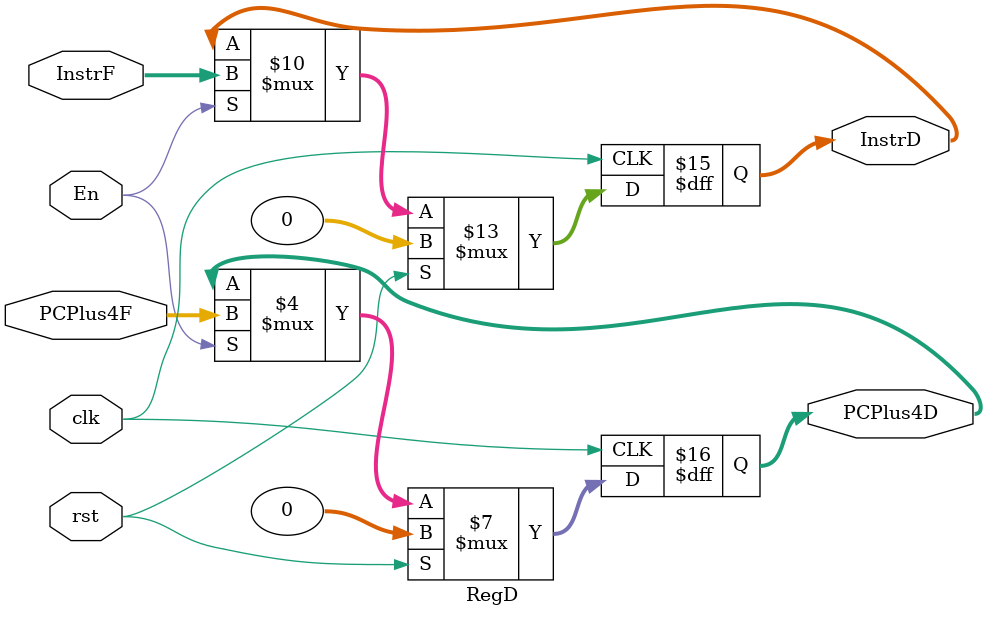
<source format=v>
module RegD(								//IF/ID阶段的寄存器，根据IF的指令与PC确定ID时其对应值
  input               clk, rst, En,
  input       [31:0]  InstrF, PCPlus4F,		//IF（取指令）周期 时的指令 / 下一条指令的PC处
  output  reg [31:0]  InstrD, PCPlus4D		//ID（指令译码）周期 时的指令 / 下一条指令的PC处
  );
  
  initial
  begin
    InstrD <= 0;
    PCPlus4D <= 0;
  end
  
  always @(posedge clk)
    if (rst)
    begin
      InstrD <= 0;
      PCPlus4D <= 0;
    end
    else if (En)
    begin
      InstrD <= InstrF;
      PCPlus4D <= PCPlus4F;
    end
    else
    begin
      InstrD <= InstrD;
      PCPlus4D <= PCPlus4D;
    end
  
endmodule
</source>
